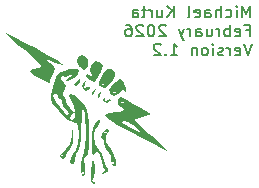
<source format=gbr>
%TF.GenerationSoftware,KiCad,Pcbnew,9.0.2*%
%TF.CreationDate,2026-02-03T17:52:07-07:00*%
%TF.ProjectId,Uno_Shield_DSP_Class_v1,556e6f5f-5368-4696-956c-645f4453505f,rev?*%
%TF.SameCoordinates,Original*%
%TF.FileFunction,Legend,Bot*%
%TF.FilePolarity,Positive*%
%FSLAX46Y46*%
G04 Gerber Fmt 4.6, Leading zero omitted, Abs format (unit mm)*
G04 Created by KiCad (PCBNEW 9.0.2) date 2026-02-03 17:52:07*
%MOMM*%
%LPD*%
G01*
G04 APERTURE LIST*
%ADD10C,0.200000*%
%ADD11C,0.000000*%
G04 APERTURE END LIST*
D10*
X108092326Y-81247331D02*
X108092326Y-80247331D01*
X108092326Y-80247331D02*
X107758993Y-80961616D01*
X107758993Y-80961616D02*
X107425660Y-80247331D01*
X107425660Y-80247331D02*
X107425660Y-81247331D01*
X106949469Y-81247331D02*
X106949469Y-80580664D01*
X106949469Y-80247331D02*
X106997088Y-80294950D01*
X106997088Y-80294950D02*
X106949469Y-80342569D01*
X106949469Y-80342569D02*
X106901850Y-80294950D01*
X106901850Y-80294950D02*
X106949469Y-80247331D01*
X106949469Y-80247331D02*
X106949469Y-80342569D01*
X106044708Y-81199712D02*
X106139946Y-81247331D01*
X106139946Y-81247331D02*
X106330422Y-81247331D01*
X106330422Y-81247331D02*
X106425660Y-81199712D01*
X106425660Y-81199712D02*
X106473279Y-81152092D01*
X106473279Y-81152092D02*
X106520898Y-81056854D01*
X106520898Y-81056854D02*
X106520898Y-80771140D01*
X106520898Y-80771140D02*
X106473279Y-80675902D01*
X106473279Y-80675902D02*
X106425660Y-80628283D01*
X106425660Y-80628283D02*
X106330422Y-80580664D01*
X106330422Y-80580664D02*
X106139946Y-80580664D01*
X106139946Y-80580664D02*
X106044708Y-80628283D01*
X105616136Y-81247331D02*
X105616136Y-80247331D01*
X105187565Y-81247331D02*
X105187565Y-80723521D01*
X105187565Y-80723521D02*
X105235184Y-80628283D01*
X105235184Y-80628283D02*
X105330422Y-80580664D01*
X105330422Y-80580664D02*
X105473279Y-80580664D01*
X105473279Y-80580664D02*
X105568517Y-80628283D01*
X105568517Y-80628283D02*
X105616136Y-80675902D01*
X104282803Y-81247331D02*
X104282803Y-80723521D01*
X104282803Y-80723521D02*
X104330422Y-80628283D01*
X104330422Y-80628283D02*
X104425660Y-80580664D01*
X104425660Y-80580664D02*
X104616136Y-80580664D01*
X104616136Y-80580664D02*
X104711374Y-80628283D01*
X104282803Y-81199712D02*
X104378041Y-81247331D01*
X104378041Y-81247331D02*
X104616136Y-81247331D01*
X104616136Y-81247331D02*
X104711374Y-81199712D01*
X104711374Y-81199712D02*
X104758993Y-81104473D01*
X104758993Y-81104473D02*
X104758993Y-81009235D01*
X104758993Y-81009235D02*
X104711374Y-80913997D01*
X104711374Y-80913997D02*
X104616136Y-80866378D01*
X104616136Y-80866378D02*
X104378041Y-80866378D01*
X104378041Y-80866378D02*
X104282803Y-80818759D01*
X103425660Y-81199712D02*
X103520898Y-81247331D01*
X103520898Y-81247331D02*
X103711374Y-81247331D01*
X103711374Y-81247331D02*
X103806612Y-81199712D01*
X103806612Y-81199712D02*
X103854231Y-81104473D01*
X103854231Y-81104473D02*
X103854231Y-80723521D01*
X103854231Y-80723521D02*
X103806612Y-80628283D01*
X103806612Y-80628283D02*
X103711374Y-80580664D01*
X103711374Y-80580664D02*
X103520898Y-80580664D01*
X103520898Y-80580664D02*
X103425660Y-80628283D01*
X103425660Y-80628283D02*
X103378041Y-80723521D01*
X103378041Y-80723521D02*
X103378041Y-80818759D01*
X103378041Y-80818759D02*
X103854231Y-80913997D01*
X102806612Y-81247331D02*
X102901850Y-81199712D01*
X102901850Y-81199712D02*
X102949469Y-81104473D01*
X102949469Y-81104473D02*
X102949469Y-80247331D01*
X101663754Y-81247331D02*
X101663754Y-80247331D01*
X101092326Y-81247331D02*
X101520897Y-80675902D01*
X101092326Y-80247331D02*
X101663754Y-80818759D01*
X100235183Y-80580664D02*
X100235183Y-81247331D01*
X100663754Y-80580664D02*
X100663754Y-81104473D01*
X100663754Y-81104473D02*
X100616135Y-81199712D01*
X100616135Y-81199712D02*
X100520897Y-81247331D01*
X100520897Y-81247331D02*
X100378040Y-81247331D01*
X100378040Y-81247331D02*
X100282802Y-81199712D01*
X100282802Y-81199712D02*
X100235183Y-81152092D01*
X99758992Y-81247331D02*
X99758992Y-80580664D01*
X99758992Y-80771140D02*
X99711373Y-80675902D01*
X99711373Y-80675902D02*
X99663754Y-80628283D01*
X99663754Y-80628283D02*
X99568516Y-80580664D01*
X99568516Y-80580664D02*
X99473278Y-80580664D01*
X99282801Y-80580664D02*
X98901849Y-80580664D01*
X99139944Y-80247331D02*
X99139944Y-81104473D01*
X99139944Y-81104473D02*
X99092325Y-81199712D01*
X99092325Y-81199712D02*
X98997087Y-81247331D01*
X98997087Y-81247331D02*
X98901849Y-81247331D01*
X98139944Y-81247331D02*
X98139944Y-80723521D01*
X98139944Y-80723521D02*
X98187563Y-80628283D01*
X98187563Y-80628283D02*
X98282801Y-80580664D01*
X98282801Y-80580664D02*
X98473277Y-80580664D01*
X98473277Y-80580664D02*
X98568515Y-80628283D01*
X98139944Y-81199712D02*
X98235182Y-81247331D01*
X98235182Y-81247331D02*
X98473277Y-81247331D01*
X98473277Y-81247331D02*
X98568515Y-81199712D01*
X98568515Y-81199712D02*
X98616134Y-81104473D01*
X98616134Y-81104473D02*
X98616134Y-81009235D01*
X98616134Y-81009235D02*
X98568515Y-80913997D01*
X98568515Y-80913997D02*
X98473277Y-80866378D01*
X98473277Y-80866378D02*
X98235182Y-80866378D01*
X98235182Y-80866378D02*
X98139944Y-80818759D01*
X107758993Y-82333465D02*
X108092326Y-82333465D01*
X108092326Y-82857275D02*
X108092326Y-81857275D01*
X108092326Y-81857275D02*
X107616136Y-81857275D01*
X106854231Y-82809656D02*
X106949469Y-82857275D01*
X106949469Y-82857275D02*
X107139945Y-82857275D01*
X107139945Y-82857275D02*
X107235183Y-82809656D01*
X107235183Y-82809656D02*
X107282802Y-82714417D01*
X107282802Y-82714417D02*
X107282802Y-82333465D01*
X107282802Y-82333465D02*
X107235183Y-82238227D01*
X107235183Y-82238227D02*
X107139945Y-82190608D01*
X107139945Y-82190608D02*
X106949469Y-82190608D01*
X106949469Y-82190608D02*
X106854231Y-82238227D01*
X106854231Y-82238227D02*
X106806612Y-82333465D01*
X106806612Y-82333465D02*
X106806612Y-82428703D01*
X106806612Y-82428703D02*
X107282802Y-82523941D01*
X106378040Y-82857275D02*
X106378040Y-81857275D01*
X106378040Y-82238227D02*
X106282802Y-82190608D01*
X106282802Y-82190608D02*
X106092326Y-82190608D01*
X106092326Y-82190608D02*
X105997088Y-82238227D01*
X105997088Y-82238227D02*
X105949469Y-82285846D01*
X105949469Y-82285846D02*
X105901850Y-82381084D01*
X105901850Y-82381084D02*
X105901850Y-82666798D01*
X105901850Y-82666798D02*
X105949469Y-82762036D01*
X105949469Y-82762036D02*
X105997088Y-82809656D01*
X105997088Y-82809656D02*
X106092326Y-82857275D01*
X106092326Y-82857275D02*
X106282802Y-82857275D01*
X106282802Y-82857275D02*
X106378040Y-82809656D01*
X105473278Y-82857275D02*
X105473278Y-82190608D01*
X105473278Y-82381084D02*
X105425659Y-82285846D01*
X105425659Y-82285846D02*
X105378040Y-82238227D01*
X105378040Y-82238227D02*
X105282802Y-82190608D01*
X105282802Y-82190608D02*
X105187564Y-82190608D01*
X104425659Y-82190608D02*
X104425659Y-82857275D01*
X104854230Y-82190608D02*
X104854230Y-82714417D01*
X104854230Y-82714417D02*
X104806611Y-82809656D01*
X104806611Y-82809656D02*
X104711373Y-82857275D01*
X104711373Y-82857275D02*
X104568516Y-82857275D01*
X104568516Y-82857275D02*
X104473278Y-82809656D01*
X104473278Y-82809656D02*
X104425659Y-82762036D01*
X103520897Y-82857275D02*
X103520897Y-82333465D01*
X103520897Y-82333465D02*
X103568516Y-82238227D01*
X103568516Y-82238227D02*
X103663754Y-82190608D01*
X103663754Y-82190608D02*
X103854230Y-82190608D01*
X103854230Y-82190608D02*
X103949468Y-82238227D01*
X103520897Y-82809656D02*
X103616135Y-82857275D01*
X103616135Y-82857275D02*
X103854230Y-82857275D01*
X103854230Y-82857275D02*
X103949468Y-82809656D01*
X103949468Y-82809656D02*
X103997087Y-82714417D01*
X103997087Y-82714417D02*
X103997087Y-82619179D01*
X103997087Y-82619179D02*
X103949468Y-82523941D01*
X103949468Y-82523941D02*
X103854230Y-82476322D01*
X103854230Y-82476322D02*
X103616135Y-82476322D01*
X103616135Y-82476322D02*
X103520897Y-82428703D01*
X103044706Y-82857275D02*
X103044706Y-82190608D01*
X103044706Y-82381084D02*
X102997087Y-82285846D01*
X102997087Y-82285846D02*
X102949468Y-82238227D01*
X102949468Y-82238227D02*
X102854230Y-82190608D01*
X102854230Y-82190608D02*
X102758992Y-82190608D01*
X102520896Y-82190608D02*
X102282801Y-82857275D01*
X102044706Y-82190608D02*
X102282801Y-82857275D01*
X102282801Y-82857275D02*
X102378039Y-83095370D01*
X102378039Y-83095370D02*
X102425658Y-83142989D01*
X102425658Y-83142989D02*
X102520896Y-83190608D01*
X100949467Y-81952513D02*
X100901848Y-81904894D01*
X100901848Y-81904894D02*
X100806610Y-81857275D01*
X100806610Y-81857275D02*
X100568515Y-81857275D01*
X100568515Y-81857275D02*
X100473277Y-81904894D01*
X100473277Y-81904894D02*
X100425658Y-81952513D01*
X100425658Y-81952513D02*
X100378039Y-82047751D01*
X100378039Y-82047751D02*
X100378039Y-82142989D01*
X100378039Y-82142989D02*
X100425658Y-82285846D01*
X100425658Y-82285846D02*
X100997086Y-82857275D01*
X100997086Y-82857275D02*
X100378039Y-82857275D01*
X99758991Y-81857275D02*
X99663753Y-81857275D01*
X99663753Y-81857275D02*
X99568515Y-81904894D01*
X99568515Y-81904894D02*
X99520896Y-81952513D01*
X99520896Y-81952513D02*
X99473277Y-82047751D01*
X99473277Y-82047751D02*
X99425658Y-82238227D01*
X99425658Y-82238227D02*
X99425658Y-82476322D01*
X99425658Y-82476322D02*
X99473277Y-82666798D01*
X99473277Y-82666798D02*
X99520896Y-82762036D01*
X99520896Y-82762036D02*
X99568515Y-82809656D01*
X99568515Y-82809656D02*
X99663753Y-82857275D01*
X99663753Y-82857275D02*
X99758991Y-82857275D01*
X99758991Y-82857275D02*
X99854229Y-82809656D01*
X99854229Y-82809656D02*
X99901848Y-82762036D01*
X99901848Y-82762036D02*
X99949467Y-82666798D01*
X99949467Y-82666798D02*
X99997086Y-82476322D01*
X99997086Y-82476322D02*
X99997086Y-82238227D01*
X99997086Y-82238227D02*
X99949467Y-82047751D01*
X99949467Y-82047751D02*
X99901848Y-81952513D01*
X99901848Y-81952513D02*
X99854229Y-81904894D01*
X99854229Y-81904894D02*
X99758991Y-81857275D01*
X99044705Y-81952513D02*
X98997086Y-81904894D01*
X98997086Y-81904894D02*
X98901848Y-81857275D01*
X98901848Y-81857275D02*
X98663753Y-81857275D01*
X98663753Y-81857275D02*
X98568515Y-81904894D01*
X98568515Y-81904894D02*
X98520896Y-81952513D01*
X98520896Y-81952513D02*
X98473277Y-82047751D01*
X98473277Y-82047751D02*
X98473277Y-82142989D01*
X98473277Y-82142989D02*
X98520896Y-82285846D01*
X98520896Y-82285846D02*
X99092324Y-82857275D01*
X99092324Y-82857275D02*
X98473277Y-82857275D01*
X97616134Y-81857275D02*
X97806610Y-81857275D01*
X97806610Y-81857275D02*
X97901848Y-81904894D01*
X97901848Y-81904894D02*
X97949467Y-81952513D01*
X97949467Y-81952513D02*
X98044705Y-82095370D01*
X98044705Y-82095370D02*
X98092324Y-82285846D01*
X98092324Y-82285846D02*
X98092324Y-82666798D01*
X98092324Y-82666798D02*
X98044705Y-82762036D01*
X98044705Y-82762036D02*
X97997086Y-82809656D01*
X97997086Y-82809656D02*
X97901848Y-82857275D01*
X97901848Y-82857275D02*
X97711372Y-82857275D01*
X97711372Y-82857275D02*
X97616134Y-82809656D01*
X97616134Y-82809656D02*
X97568515Y-82762036D01*
X97568515Y-82762036D02*
X97520896Y-82666798D01*
X97520896Y-82666798D02*
X97520896Y-82428703D01*
X97520896Y-82428703D02*
X97568515Y-82333465D01*
X97568515Y-82333465D02*
X97616134Y-82285846D01*
X97616134Y-82285846D02*
X97711372Y-82238227D01*
X97711372Y-82238227D02*
X97901848Y-82238227D01*
X97901848Y-82238227D02*
X97997086Y-82285846D01*
X97997086Y-82285846D02*
X98044705Y-82333465D01*
X98044705Y-82333465D02*
X98092324Y-82428703D01*
X108235183Y-83467219D02*
X107901850Y-84467219D01*
X107901850Y-84467219D02*
X107568517Y-83467219D01*
X106854231Y-84419600D02*
X106949469Y-84467219D01*
X106949469Y-84467219D02*
X107139945Y-84467219D01*
X107139945Y-84467219D02*
X107235183Y-84419600D01*
X107235183Y-84419600D02*
X107282802Y-84324361D01*
X107282802Y-84324361D02*
X107282802Y-83943409D01*
X107282802Y-83943409D02*
X107235183Y-83848171D01*
X107235183Y-83848171D02*
X107139945Y-83800552D01*
X107139945Y-83800552D02*
X106949469Y-83800552D01*
X106949469Y-83800552D02*
X106854231Y-83848171D01*
X106854231Y-83848171D02*
X106806612Y-83943409D01*
X106806612Y-83943409D02*
X106806612Y-84038647D01*
X106806612Y-84038647D02*
X107282802Y-84133885D01*
X106378040Y-84467219D02*
X106378040Y-83800552D01*
X106378040Y-83991028D02*
X106330421Y-83895790D01*
X106330421Y-83895790D02*
X106282802Y-83848171D01*
X106282802Y-83848171D02*
X106187564Y-83800552D01*
X106187564Y-83800552D02*
X106092326Y-83800552D01*
X105806611Y-84419600D02*
X105711373Y-84467219D01*
X105711373Y-84467219D02*
X105520897Y-84467219D01*
X105520897Y-84467219D02*
X105425659Y-84419600D01*
X105425659Y-84419600D02*
X105378040Y-84324361D01*
X105378040Y-84324361D02*
X105378040Y-84276742D01*
X105378040Y-84276742D02*
X105425659Y-84181504D01*
X105425659Y-84181504D02*
X105520897Y-84133885D01*
X105520897Y-84133885D02*
X105663754Y-84133885D01*
X105663754Y-84133885D02*
X105758992Y-84086266D01*
X105758992Y-84086266D02*
X105806611Y-83991028D01*
X105806611Y-83991028D02*
X105806611Y-83943409D01*
X105806611Y-83943409D02*
X105758992Y-83848171D01*
X105758992Y-83848171D02*
X105663754Y-83800552D01*
X105663754Y-83800552D02*
X105520897Y-83800552D01*
X105520897Y-83800552D02*
X105425659Y-83848171D01*
X104949468Y-84467219D02*
X104949468Y-83800552D01*
X104949468Y-83467219D02*
X104997087Y-83514838D01*
X104997087Y-83514838D02*
X104949468Y-83562457D01*
X104949468Y-83562457D02*
X104901849Y-83514838D01*
X104901849Y-83514838D02*
X104949468Y-83467219D01*
X104949468Y-83467219D02*
X104949468Y-83562457D01*
X104330421Y-84467219D02*
X104425659Y-84419600D01*
X104425659Y-84419600D02*
X104473278Y-84371980D01*
X104473278Y-84371980D02*
X104520897Y-84276742D01*
X104520897Y-84276742D02*
X104520897Y-83991028D01*
X104520897Y-83991028D02*
X104473278Y-83895790D01*
X104473278Y-83895790D02*
X104425659Y-83848171D01*
X104425659Y-83848171D02*
X104330421Y-83800552D01*
X104330421Y-83800552D02*
X104187564Y-83800552D01*
X104187564Y-83800552D02*
X104092326Y-83848171D01*
X104092326Y-83848171D02*
X104044707Y-83895790D01*
X104044707Y-83895790D02*
X103997088Y-83991028D01*
X103997088Y-83991028D02*
X103997088Y-84276742D01*
X103997088Y-84276742D02*
X104044707Y-84371980D01*
X104044707Y-84371980D02*
X104092326Y-84419600D01*
X104092326Y-84419600D02*
X104187564Y-84467219D01*
X104187564Y-84467219D02*
X104330421Y-84467219D01*
X103568516Y-83800552D02*
X103568516Y-84467219D01*
X103568516Y-83895790D02*
X103520897Y-83848171D01*
X103520897Y-83848171D02*
X103425659Y-83800552D01*
X103425659Y-83800552D02*
X103282802Y-83800552D01*
X103282802Y-83800552D02*
X103187564Y-83848171D01*
X103187564Y-83848171D02*
X103139945Y-83943409D01*
X103139945Y-83943409D02*
X103139945Y-84467219D01*
X101378040Y-84467219D02*
X101949468Y-84467219D01*
X101663754Y-84467219D02*
X101663754Y-83467219D01*
X101663754Y-83467219D02*
X101758992Y-83610076D01*
X101758992Y-83610076D02*
X101854230Y-83705314D01*
X101854230Y-83705314D02*
X101949468Y-83752933D01*
X100949468Y-84371980D02*
X100901849Y-84419600D01*
X100901849Y-84419600D02*
X100949468Y-84467219D01*
X100949468Y-84467219D02*
X100997087Y-84419600D01*
X100997087Y-84419600D02*
X100949468Y-84371980D01*
X100949468Y-84371980D02*
X100949468Y-84467219D01*
X100520897Y-83562457D02*
X100473278Y-83514838D01*
X100473278Y-83514838D02*
X100378040Y-83467219D01*
X100378040Y-83467219D02*
X100139945Y-83467219D01*
X100139945Y-83467219D02*
X100044707Y-83514838D01*
X100044707Y-83514838D02*
X99997088Y-83562457D01*
X99997088Y-83562457D02*
X99949469Y-83657695D01*
X99949469Y-83657695D02*
X99949469Y-83752933D01*
X99949469Y-83752933D02*
X99997088Y-83895790D01*
X99997088Y-83895790D02*
X100568516Y-84467219D01*
X100568516Y-84467219D02*
X99949469Y-84467219D01*
D11*
%TO.C,G\u002A\u002A\u002A*%
G36*
X93050270Y-93805121D02*
G01*
X93050221Y-93805162D01*
X93046426Y-93803138D01*
X93050270Y-93805121D01*
G37*
G36*
X94973670Y-87516947D02*
G01*
X94866321Y-87716143D01*
X94706200Y-87780197D01*
X94683146Y-87677313D01*
X94853172Y-87397462D01*
X94881521Y-87369883D01*
X95039206Y-87267583D01*
X94973670Y-87516947D01*
G37*
G36*
X95493034Y-87587711D02*
G01*
X95426869Y-87867070D01*
X95325631Y-88007726D01*
X95181032Y-88066099D01*
X95236111Y-87765343D01*
X95316947Y-87609718D01*
X95466165Y-87537697D01*
X95493034Y-87587711D01*
G37*
G36*
X93677882Y-86677131D02*
G01*
X93581246Y-86856413D01*
X93350073Y-87027490D01*
X93255932Y-87020704D01*
X93187124Y-86897371D01*
X93485657Y-86596544D01*
X93549419Y-86544964D01*
X93733077Y-86446702D01*
X93677882Y-86677131D01*
G37*
G36*
X94101881Y-84499244D02*
G01*
X94375278Y-84790393D01*
X94341135Y-85321837D01*
X94211456Y-85636001D01*
X94009223Y-85706380D01*
X93659702Y-85421164D01*
X93638834Y-85399704D01*
X93446288Y-84991216D01*
X93543987Y-84624952D01*
X93891779Y-84466145D01*
X94101881Y-84499244D01*
G37*
G36*
X95846474Y-88098010D02*
G01*
X95789133Y-88281705D01*
X96039649Y-88240157D01*
X96241048Y-88192807D01*
X96277511Y-88310607D01*
X96262356Y-88333639D01*
X95947990Y-88513758D01*
X95642464Y-88322911D01*
X95613902Y-88225203D01*
X95770647Y-87969764D01*
X95905930Y-87916054D01*
X95846474Y-88098010D01*
G37*
G36*
X94101875Y-86904462D02*
G01*
X94080317Y-86962519D01*
X94055899Y-87212144D01*
X94315556Y-87173713D01*
X94518897Y-87125770D01*
X94555477Y-87243380D01*
X94513216Y-87299984D01*
X94234119Y-87454380D01*
X94023871Y-87382802D01*
X93875985Y-87082626D01*
X94007323Y-86742085D01*
X94029829Y-86720245D01*
X94173493Y-86638150D01*
X94101875Y-86904462D01*
G37*
G36*
X94884670Y-93401946D02*
G01*
X94969166Y-93805728D01*
X94974941Y-94311149D01*
X94907477Y-94743531D01*
X94772255Y-94928193D01*
X94707717Y-94972846D01*
X94879882Y-95157932D01*
X95044876Y-95297618D01*
X94917552Y-95309412D01*
X94803854Y-95265939D01*
X94648484Y-95079717D01*
X94652101Y-95022385D01*
X94661047Y-94626889D01*
X94664628Y-94035613D01*
X94670757Y-93797262D01*
X94727095Y-93391429D01*
X94823238Y-93303535D01*
X94884670Y-93401946D01*
G37*
G36*
X95494055Y-85082605D02*
G01*
X95635644Y-85354772D01*
X95489965Y-85867209D01*
X95038016Y-86549870D01*
X94843480Y-86701944D01*
X94528441Y-86577096D01*
X94414592Y-86471899D01*
X94242472Y-86191930D01*
X94316225Y-86063501D01*
X94610814Y-86200934D01*
X94761926Y-86316507D01*
X94879392Y-86375173D01*
X94703504Y-86133991D01*
X94535945Y-85793942D01*
X94657264Y-85333571D01*
X94810600Y-85084707D01*
X95090732Y-84913245D01*
X95494055Y-85082605D01*
G37*
G36*
X92512086Y-92923373D02*
G01*
X92480553Y-93077845D01*
X92257140Y-93212405D01*
X91988502Y-93027308D01*
X92026824Y-92897238D01*
X92081577Y-92897238D01*
X92189204Y-93003960D01*
X92296831Y-92897238D01*
X92189204Y-92790515D01*
X92081577Y-92897238D01*
X92026824Y-92897238D01*
X92056770Y-92795595D01*
X92393771Y-92496918D01*
X92518864Y-92406528D01*
X92850896Y-91959878D01*
X93000079Y-91246260D01*
X93082635Y-90335893D01*
X93120242Y-91216901D01*
X93068202Y-91918413D01*
X92834967Y-92363624D01*
X92663945Y-92549304D01*
X92522696Y-92897238D01*
X92512086Y-92923373D01*
G37*
G36*
X95980541Y-87112261D02*
G01*
X95702105Y-87215965D01*
X95376243Y-87072364D01*
X95307124Y-87010922D01*
X95302409Y-86920767D01*
X95525645Y-86920767D01*
X95633272Y-87027490D01*
X95740899Y-86920767D01*
X95633272Y-86814044D01*
X95525645Y-86920767D01*
X95302409Y-86920767D01*
X95292367Y-86728746D01*
X95558822Y-86221851D01*
X95672122Y-86048806D01*
X96011886Y-85638058D01*
X96284703Y-85574146D01*
X96576661Y-85823366D01*
X96634874Y-85905511D01*
X96657353Y-86222179D01*
X96372141Y-86677147D01*
X96348451Y-86706925D01*
X96154354Y-86920767D01*
X95980541Y-87112261D01*
G37*
G36*
X97040881Y-87551000D02*
G01*
X96918595Y-87688332D01*
X96613202Y-87863965D01*
X96245675Y-87717857D01*
X96204525Y-87684653D01*
X96199882Y-87589730D01*
X96424737Y-87589730D01*
X96601916Y-87667826D01*
X96715871Y-87652422D01*
X96745419Y-87525529D01*
X96713870Y-87499984D01*
X96458413Y-87525529D01*
X96424737Y-87589730D01*
X96199882Y-87589730D01*
X96191131Y-87410802D01*
X96508400Y-86925088D01*
X96707254Y-86698457D01*
X97063888Y-86473996D01*
X97333900Y-86650501D01*
X97560467Y-87240935D01*
X97563124Y-87250694D01*
X97618034Y-87566016D01*
X97511846Y-87497639D01*
X97511455Y-87497082D01*
X97300842Y-87341511D01*
X97072489Y-87525529D01*
X97040881Y-87551000D01*
G37*
G36*
X95384971Y-89962704D02*
G01*
X95405562Y-90131288D01*
X95200393Y-90444566D01*
X94998300Y-90723167D01*
X94885139Y-91319262D01*
X94992520Y-91963372D01*
X95310391Y-92470347D01*
X95586559Y-92832537D01*
X95740899Y-93344613D01*
X95786117Y-93668520D01*
X95959665Y-93966616D01*
X96027594Y-94025247D01*
X96054588Y-94299381D01*
X96010334Y-94354175D01*
X95674382Y-94494810D01*
X95575416Y-94455982D01*
X95740899Y-94284633D01*
X95906767Y-94148247D01*
X95794713Y-94074456D01*
X95606012Y-93900389D01*
X95525645Y-93443448D01*
X95512163Y-93220819D01*
X95367569Y-92780736D01*
X95124719Y-92622302D01*
X94859112Y-92816531D01*
X94794300Y-92878876D01*
X94706467Y-92740237D01*
X94670980Y-92339267D01*
X94683438Y-91783047D01*
X94739438Y-91178658D01*
X94834580Y-90633181D01*
X94964460Y-90253695D01*
X95200964Y-89959135D01*
X95384971Y-89962704D01*
G37*
G36*
X96012438Y-91112519D02*
G01*
X95904353Y-91283360D01*
X95932736Y-91772984D01*
X96294983Y-92363624D01*
X96516938Y-92734679D01*
X96723151Y-93298595D01*
X96765564Y-93483781D01*
X96770087Y-93793151D01*
X96578481Y-93812368D01*
X96417096Y-93675159D01*
X96391154Y-93542027D01*
X96494289Y-93644296D01*
X96601916Y-93537574D01*
X96494289Y-93430851D01*
X96389699Y-93534562D01*
X96340796Y-93283603D01*
X96320787Y-93006766D01*
X96071728Y-92583610D01*
X95896504Y-92380886D01*
X95740899Y-91928385D01*
X95708099Y-91718113D01*
X95518195Y-91471806D01*
X95435538Y-91335399D01*
X95607205Y-90976229D01*
X95740899Y-90976229D01*
X95848526Y-91082952D01*
X95956153Y-90976229D01*
X95848526Y-90869507D01*
X95740899Y-90976229D01*
X95607205Y-90976229D01*
X95608222Y-90974102D01*
X95854774Y-90735737D01*
X96085644Y-90713316D01*
X96135300Y-90820798D01*
X96069838Y-90976229D01*
X96012438Y-91112519D01*
G37*
G36*
X87731378Y-82703721D02*
G01*
X88294606Y-82978825D01*
X89076205Y-83380070D01*
X90004538Y-83871624D01*
X90239586Y-83998533D01*
X91106894Y-84481684D01*
X91782792Y-84881991D01*
X92204082Y-85160817D01*
X92307565Y-85279529D01*
X92273655Y-85285393D01*
X91915973Y-85212002D01*
X91396593Y-85002165D01*
X90682425Y-84658475D01*
X91179240Y-85086808D01*
X91421078Y-85315749D01*
X91553240Y-85618120D01*
X91402577Y-86004508D01*
X91234318Y-86365426D01*
X91174829Y-86653960D01*
X91183101Y-86689600D01*
X91093038Y-86798867D01*
X90725061Y-86666807D01*
X90048095Y-86283197D01*
X89661066Y-86029441D01*
X89446775Y-85782419D01*
X89636634Y-85620482D01*
X90243590Y-85491175D01*
X90293017Y-85479941D01*
X90370942Y-85365849D01*
X90208138Y-85114444D01*
X89770682Y-84685282D01*
X89024652Y-84037921D01*
X88548348Y-83630745D01*
X87961233Y-83112005D01*
X87570924Y-82745053D01*
X87444119Y-82590952D01*
X87458155Y-82590588D01*
X87731378Y-82703721D01*
G37*
G36*
X98208833Y-88562776D02*
G01*
X98845111Y-88948096D01*
X99689154Y-89455359D01*
X98978956Y-89692471D01*
X98268758Y-89929583D01*
X99529043Y-91075241D01*
X99749320Y-91275483D01*
X101229882Y-92621383D01*
X99292594Y-91610337D01*
X99109524Y-91514806D01*
X97816652Y-90838606D01*
X96868569Y-90331525D01*
X96451673Y-90091305D01*
X97268202Y-90091305D01*
X97457977Y-90285600D01*
X98013373Y-90634978D01*
X98187847Y-90734828D01*
X98664633Y-90983032D01*
X98928203Y-91081892D01*
X98954439Y-91075241D01*
X98873844Y-90932345D01*
X98573701Y-90668664D01*
X98170086Y-90371247D01*
X97779075Y-90127143D01*
X97516747Y-90023401D01*
X97420967Y-90023669D01*
X97268202Y-90091305D01*
X96451673Y-90091305D01*
X96233758Y-89965740D01*
X95880704Y-89713427D01*
X95777891Y-89546763D01*
X95893801Y-89437924D01*
X96196920Y-89359087D01*
X96655730Y-89282427D01*
X96897341Y-89242168D01*
X97309803Y-89144738D01*
X97379032Y-89028087D01*
X97166867Y-88838511D01*
X96947075Y-88604057D01*
X96928882Y-88443511D01*
X97070500Y-88443511D01*
X97247679Y-88521607D01*
X97361634Y-88506203D01*
X97391182Y-88379310D01*
X97359632Y-88353765D01*
X97104176Y-88379310D01*
X97070500Y-88443511D01*
X96928882Y-88443511D01*
X96899992Y-88188571D01*
X96969920Y-88037631D01*
X97151915Y-87950216D01*
X97518939Y-88137929D01*
X97647395Y-88218055D01*
X97910027Y-88379310D01*
X98208833Y-88562776D01*
G37*
G36*
X92937998Y-89591651D02*
G01*
X92805619Y-89709584D01*
X92921133Y-89895850D01*
X93119707Y-89930521D01*
X93282923Y-89705114D01*
X93301562Y-89278815D01*
X93150430Y-88774803D01*
X92991862Y-88434608D01*
X92801229Y-87894101D01*
X92860739Y-87700960D01*
X93172733Y-87853500D01*
X93739550Y-88350033D01*
X93825196Y-88432600D01*
X94127311Y-88750601D01*
X94311756Y-89059039D01*
X94407563Y-89467026D01*
X94443759Y-90083676D01*
X94449374Y-91018100D01*
X94449142Y-91140225D01*
X94419174Y-92178760D01*
X94338521Y-92798442D01*
X94206608Y-93003960D01*
X94174091Y-93008177D01*
X94055638Y-93251555D01*
X94104698Y-93877419D01*
X94156394Y-94269981D01*
X94134021Y-94613114D01*
X93970769Y-94659215D01*
X93888650Y-94605961D01*
X93829247Y-94416775D01*
X93911238Y-94498078D01*
X94018865Y-94391355D01*
X93911238Y-94284633D01*
X93817074Y-94378005D01*
X93766804Y-94217909D01*
X93817926Y-93542469D01*
X94039413Y-92655577D01*
X94135901Y-92134934D01*
X94186688Y-91413087D01*
X94193641Y-90616349D01*
X94159014Y-89869817D01*
X94085063Y-89298585D01*
X93974041Y-89027750D01*
X93950437Y-89029434D01*
X93875628Y-89277451D01*
X93823305Y-89832432D01*
X93803611Y-90600775D01*
X93775471Y-91469321D01*
X93685614Y-92174378D01*
X93544534Y-92535146D01*
X93381560Y-92810585D01*
X93275467Y-93325675D01*
X93214158Y-93666335D01*
X93107467Y-93756684D01*
X93157848Y-93644296D01*
X93142314Y-93531299D01*
X93014345Y-93502000D01*
X92988584Y-93533284D01*
X93014286Y-93786007D01*
X92975386Y-93765273D01*
X92888465Y-93462454D01*
X92996302Y-93011444D01*
X93270442Y-92571628D01*
X93332061Y-92488622D01*
X93519439Y-91934439D01*
X93588357Y-91126205D01*
X93587847Y-90993417D01*
X93556503Y-90408973D01*
X93457123Y-90155801D01*
X93262651Y-90153058D01*
X93100028Y-90138962D01*
X92692408Y-89895867D01*
X92199706Y-89467667D01*
X91723194Y-88956601D01*
X91364144Y-88464903D01*
X91223828Y-88094811D01*
X91236273Y-87967110D01*
X91242974Y-87934633D01*
X91441605Y-87934633D01*
X91481042Y-88073286D01*
X91691867Y-88433487D01*
X92008486Y-88855268D01*
X92343744Y-89235107D01*
X92610484Y-89469486D01*
X92721549Y-89454885D01*
X92669294Y-89276628D01*
X92394662Y-88940436D01*
X92225966Y-88735758D01*
X92171662Y-88383248D01*
X92191987Y-88253224D01*
X92020017Y-88150638D01*
X91914934Y-88147046D01*
X91812509Y-87934633D01*
X91816117Y-87828955D01*
X91651069Y-87667826D01*
X91571732Y-87686917D01*
X91441605Y-87934633D01*
X91242974Y-87934633D01*
X91340679Y-87461114D01*
X91515875Y-86816663D01*
X91560565Y-86671852D01*
X91784487Y-86128125D01*
X92087718Y-85840724D01*
X92600599Y-85672123D01*
X92736964Y-85642643D01*
X93256266Y-85579832D01*
X93538650Y-85626380D01*
X93588520Y-85721004D01*
X93499985Y-86044062D01*
X93202756Y-86375475D01*
X92811895Y-86566415D01*
X92592629Y-86598761D01*
X92547730Y-86539153D01*
X92834967Y-86287833D01*
X93091386Y-86075115D01*
X93123136Y-86011855D01*
X92809456Y-86154423D01*
X92492612Y-86261078D01*
X92217506Y-86237347D01*
X92177662Y-86206936D01*
X92081577Y-86308890D01*
X92114401Y-86440829D01*
X92345255Y-86776683D01*
X92500930Y-87068459D01*
X92343431Y-87459708D01*
X92216009Y-87735906D01*
X92295007Y-87881271D01*
X92419119Y-87956527D01*
X92512086Y-88297556D01*
X92560531Y-88547997D01*
X92819677Y-88884531D01*
X92961415Y-88977274D01*
X93152630Y-89296074D01*
X93037310Y-89454885D01*
X92937998Y-89591651D01*
G37*
%TD*%
M02*

</source>
